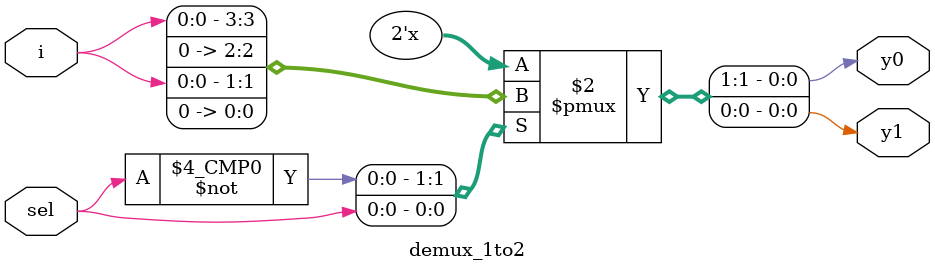
<source format=v>
`timescale 1ns / 1ps


module demux_1to2(
                    input sel,
                    input i,
                    output reg y0,y1);
    
  always @(*) begin
    case(sel)
      'h0: {y0,y1} = {i,1'b0};
      'h1: {y0,y1} = {1'b0,i,1'b0};
      default: $display("Invalid sel input");
    endcase
  end
endmodule

</source>
